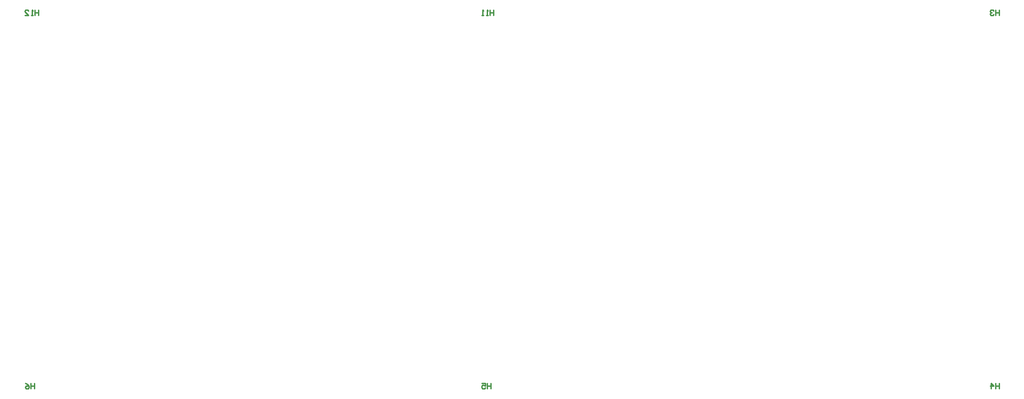
<source format=gbo>
G04*
G04 #@! TF.GenerationSoftware,Altium Limited,Altium Designer,21.1.1 (26)*
G04*
G04 Layer_Color=32896*
%FSLAX25Y25*%
%MOIN*%
G70*
G04*
G04 #@! TF.SameCoordinates,8D04C4F7-E2C1-42FD-A476-B4637558DBC3*
G04*
G04*
G04 #@! TF.FilePolarity,Positive*
G04*
G01*
G75*
%ADD22C,0.01000*%
D22*
X68400Y318799D02*
Y314800D01*
Y316799D01*
X65734D01*
Y318799D01*
Y314800D01*
X64401D02*
X63068D01*
X63735D01*
Y318799D01*
X64401Y318132D01*
X58403Y314800D02*
X61069D01*
X58403Y317466D01*
Y318132D01*
X59070Y318799D01*
X60403D01*
X61069Y318132D01*
X403900Y318799D02*
Y314800D01*
Y316799D01*
X401234D01*
Y318799D01*
Y314800D01*
X399901D02*
X398568D01*
X399235D01*
Y318799D01*
X399901Y318132D01*
X396569Y314800D02*
X395236D01*
X395903D01*
Y318799D01*
X396569Y318132D01*
X65100Y42799D02*
Y38800D01*
Y40799D01*
X62434D01*
Y42799D01*
Y38800D01*
X58435Y42799D02*
X59768Y42132D01*
X61101Y40799D01*
Y39466D01*
X60435Y38800D01*
X59102D01*
X58435Y39466D01*
Y40133D01*
X59102Y40799D01*
X61101D01*
X401900Y42799D02*
Y38800D01*
Y40799D01*
X399234D01*
Y42799D01*
Y38800D01*
X395235Y42799D02*
X397901D01*
Y40799D01*
X396568Y41466D01*
X395902D01*
X395235Y40799D01*
Y39466D01*
X395902Y38800D01*
X397235D01*
X397901Y39466D01*
X776800Y42799D02*
Y38800D01*
Y40799D01*
X774134D01*
Y42799D01*
Y38800D01*
X770802D02*
Y42799D01*
X772801Y40799D01*
X770135D01*
X776800Y318799D02*
Y314800D01*
Y316799D01*
X774134D01*
Y318799D01*
Y314800D01*
X772801Y318132D02*
X772135Y318799D01*
X770802D01*
X770135Y318132D01*
Y317466D01*
X770802Y316799D01*
X771468D01*
X770802D01*
X770135Y316133D01*
Y315466D01*
X770802Y314800D01*
X772135D01*
X772801Y315466D01*
M02*

</source>
